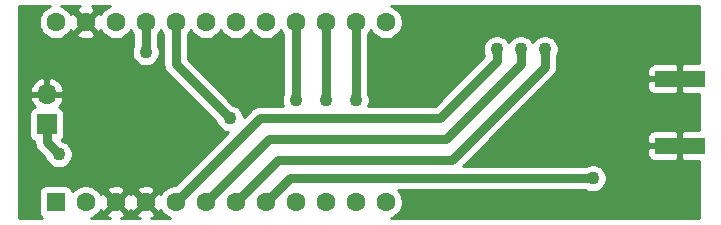
<source format=gbr>
%TF.GenerationSoftware,KiCad,Pcbnew,5.1.9+dfsg1-1+deb11u1*%
%TF.CreationDate,2023-03-09T17:46:09+02:00*%
%TF.ProjectId,lora_digirepeater_micro,6c6f7261-5f64-4696-9769-726570656174,rev?*%
%TF.SameCoordinates,Original*%
%TF.FileFunction,Copper,L2,Bot*%
%TF.FilePolarity,Positive*%
%FSLAX46Y46*%
G04 Gerber Fmt 4.6, Leading zero omitted, Abs format (unit mm)*
G04 Created by KiCad (PCBNEW 5.1.9+dfsg1-1+deb11u1) date 2023-03-09 17:46:09*
%MOMM*%
%LPD*%
G01*
G04 APERTURE LIST*
%TA.AperFunction,ComponentPad*%
%ADD10R,1.600000X1.600000*%
%TD*%
%TA.AperFunction,ComponentPad*%
%ADD11C,1.600000*%
%TD*%
%TA.AperFunction,ComponentPad*%
%ADD12R,1.700000X1.700000*%
%TD*%
%TA.AperFunction,ComponentPad*%
%ADD13O,1.700000X1.700000*%
%TD*%
%TA.AperFunction,SMDPad,CuDef*%
%ADD14R,4.200000X1.350000*%
%TD*%
%TA.AperFunction,ViaPad*%
%ADD15C,1.100000*%
%TD*%
%TA.AperFunction,Conductor*%
%ADD16C,0.500000*%
%TD*%
%TA.AperFunction,Conductor*%
%ADD17C,0.250000*%
%TD*%
%TA.AperFunction,Conductor*%
%ADD18C,0.800000*%
%TD*%
%TA.AperFunction,Conductor*%
%ADD19C,0.254000*%
%TD*%
%TA.AperFunction,Conductor*%
%ADD20C,0.100000*%
%TD*%
G04 APERTURE END LIST*
D10*
%TO.P,U1,1*%
%TO.N,N/C*%
X114046000Y-105664000D03*
D11*
%TO.P,U1,2*%
X116586000Y-105664000D03*
%TO.P,U1,3*%
%TO.N,GND*%
X119126000Y-105664000D03*
%TO.P,U1,4*%
X121666000Y-105664000D03*
%TO.P,U1,5*%
%TO.N,DIO1*%
X124206000Y-105664000D03*
%TO.P,U1,6*%
%TO.N,DIO0*%
X126746000Y-105664000D03*
%TO.P,U1,7*%
%TO.N,NRST*%
X129286000Y-105664000D03*
%TO.P,U1,8*%
%TO.N,NSS*%
X131826000Y-105664000D03*
%TO.P,U1,9*%
%TO.N,N/C*%
X134366000Y-105664000D03*
%TO.P,U1,10*%
X136906000Y-105664000D03*
%TO.P,U1,11*%
X139446000Y-105664000D03*
%TO.P,U1,12*%
X141986000Y-105664000D03*
%TO.P,U1,13*%
X141986000Y-90424000D03*
%TO.P,U1,14*%
%TO.N,MOSI*%
X139446000Y-90424000D03*
%TO.P,U1,15*%
%TO.N,MISO*%
X136906000Y-90424000D03*
%TO.P,U1,16*%
%TO.N,SCK*%
X134366000Y-90424000D03*
%TO.P,U1,17*%
%TO.N,N/C*%
X131826000Y-90424000D03*
%TO.P,U1,18*%
X129286000Y-90424000D03*
%TO.P,U1,19*%
X126746000Y-90424000D03*
%TO.P,U1,20*%
%TO.N,VBAT*%
X124206000Y-90424000D03*
%TO.P,U1,21*%
%TO.N,+3V3*%
X121666000Y-90424000D03*
%TO.P,U1,22*%
%TO.N,N/C*%
X119126000Y-90424000D03*
%TO.P,U1,23*%
%TO.N,GND*%
X116586000Y-90424000D03*
%TO.P,U1,24*%
%TO.N,N/C*%
X114046000Y-90424000D03*
%TD*%
D12*
%TO.P,J1,1*%
%TO.N,+3V3*%
X113284000Y-99060000D03*
D13*
%TO.P,J1,2*%
%TO.N,GND*%
X113284000Y-96520000D03*
%TD*%
D14*
%TO.P,J2,2*%
%TO.N,GND*%
X166878000Y-100869000D03*
X166878000Y-95219000D03*
%TD*%
D15*
%TO.N,GND*%
X164592000Y-90170000D03*
X164338000Y-105918000D03*
X159258000Y-92710000D03*
X161544000Y-103632000D03*
X131826000Y-97028000D03*
X121666000Y-103632000D03*
X159258000Y-98044000D03*
X116586000Y-92456000D03*
X119126000Y-103632000D03*
X113284000Y-93726000D03*
X144526000Y-95758000D03*
X154178000Y-98044000D03*
X167640000Y-90170000D03*
X167640000Y-92710000D03*
X167640000Y-105918000D03*
X167640000Y-103378000D03*
X122936000Y-98806000D03*
X144526000Y-105664000D03*
%TO.N,MOSI*%
X139446000Y-97028000D03*
%TO.N,MISO*%
X136906000Y-97028000D03*
%TO.N,SCK*%
X134366000Y-97028000D03*
%TO.N,NSS*%
X159512000Y-103632000D03*
%TO.N,NRST*%
X155448000Y-92710000D03*
%TO.N,DIO1*%
X151384000Y-92710000D03*
%TO.N,+3V3*%
X114300000Y-101600000D03*
X121666000Y-92964000D03*
%TO.N,VBAT*%
X128778000Y-98552000D03*
%TO.N,DIO0*%
X153416000Y-92710000D03*
%TD*%
D16*
%TO.N,MOSI*%
X139446000Y-97028000D02*
X139446000Y-97028000D01*
D17*
X139446000Y-90424000D02*
X139700000Y-90678000D01*
D18*
X139446000Y-97028000D02*
X139446000Y-90424000D01*
D16*
%TO.N,MISO*%
X137160000Y-90678000D02*
X136906000Y-90424000D01*
X136906000Y-97028000D02*
X136906000Y-97028000D01*
D18*
X136906000Y-97028000D02*
X136906000Y-90424000D01*
D16*
%TO.N,SCK*%
X134620000Y-90678000D02*
X134366000Y-90424000D01*
X134366000Y-97028000D02*
X134366000Y-97028000D01*
X134366000Y-97028000D02*
X134366000Y-97028000D01*
D18*
X134366000Y-97028000D02*
X134366000Y-90424000D01*
%TO.N,NSS*%
X131826000Y-105664000D02*
X133858000Y-103632000D01*
X133858000Y-103632000D02*
X159512000Y-103632000D01*
%TO.N,NRST*%
X129286000Y-105664000D02*
X132842000Y-102108000D01*
X132842000Y-102108000D02*
X147574000Y-102108000D01*
X147574000Y-102108000D02*
X155448000Y-94234000D01*
X155448000Y-94234000D02*
X155448000Y-92710000D01*
%TO.N,DIO1*%
X124206000Y-105664000D02*
X131318000Y-98552000D01*
X131318000Y-98552000D02*
X146558000Y-98552000D01*
X151384000Y-93726000D02*
X151384000Y-92710000D01*
X146558000Y-98552000D02*
X151384000Y-93726000D01*
%TO.N,+3V3*%
X113284000Y-100584000D02*
X114300000Y-101600000D01*
X113284000Y-99060000D02*
X113284000Y-100584000D01*
X121666000Y-92964000D02*
X121666000Y-90424000D01*
%TO.N,VBAT*%
X124206000Y-90424000D02*
X124206000Y-92202000D01*
X124206000Y-92202000D02*
X124206000Y-93980000D01*
X124206000Y-93980000D02*
X128778000Y-98552000D01*
%TO.N,DIO0*%
X126746000Y-105664000D02*
X132080000Y-100330000D01*
X132080000Y-100330000D02*
X147066000Y-100330000D01*
X153416000Y-93980000D02*
X153416000Y-92710000D01*
X147066000Y-100330000D02*
X153416000Y-93980000D01*
%TD*%
D19*
%TO.N,GND*%
X113366273Y-89152320D02*
X113131241Y-89309363D01*
X112931363Y-89509241D01*
X112774320Y-89744273D01*
X112666147Y-90005426D01*
X112611000Y-90282665D01*
X112611000Y-90565335D01*
X112666147Y-90842574D01*
X112774320Y-91103727D01*
X112931363Y-91338759D01*
X113131241Y-91538637D01*
X113366273Y-91695680D01*
X113627426Y-91803853D01*
X113904665Y-91859000D01*
X114187335Y-91859000D01*
X114464574Y-91803853D01*
X114725727Y-91695680D01*
X114960759Y-91538637D01*
X115082694Y-91416702D01*
X115772903Y-91416702D01*
X115844486Y-91660671D01*
X116099996Y-91781571D01*
X116374184Y-91850300D01*
X116656512Y-91864217D01*
X116936130Y-91822787D01*
X117202292Y-91727603D01*
X117327514Y-91660671D01*
X117399097Y-91416702D01*
X116586000Y-90603605D01*
X115772903Y-91416702D01*
X115082694Y-91416702D01*
X115160637Y-91338759D01*
X115316915Y-91104872D01*
X115349329Y-91165514D01*
X115593298Y-91237097D01*
X116406395Y-90424000D01*
X115593298Y-89610903D01*
X115349329Y-89682486D01*
X115318806Y-89746992D01*
X115317680Y-89744273D01*
X115160637Y-89509241D01*
X114960759Y-89309363D01*
X114725727Y-89152320D01*
X114543888Y-89077000D01*
X116091059Y-89077000D01*
X115969708Y-89120397D01*
X115844486Y-89187329D01*
X115772903Y-89431298D01*
X116586000Y-90244395D01*
X117399097Y-89431298D01*
X117327514Y-89187329D01*
X117094345Y-89077000D01*
X118628112Y-89077000D01*
X118446273Y-89152320D01*
X118211241Y-89309363D01*
X118011363Y-89509241D01*
X117855085Y-89743128D01*
X117822671Y-89682486D01*
X117578702Y-89610903D01*
X116765605Y-90424000D01*
X117578702Y-91237097D01*
X117822671Y-91165514D01*
X117853194Y-91101008D01*
X117854320Y-91103727D01*
X118011363Y-91338759D01*
X118211241Y-91538637D01*
X118446273Y-91695680D01*
X118707426Y-91803853D01*
X118984665Y-91859000D01*
X119267335Y-91859000D01*
X119544574Y-91803853D01*
X119805727Y-91695680D01*
X120040759Y-91538637D01*
X120240637Y-91338759D01*
X120396000Y-91106241D01*
X120551363Y-91338759D01*
X120631001Y-91418397D01*
X120631000Y-92380042D01*
X120615866Y-92402692D01*
X120526539Y-92618348D01*
X120481000Y-92847288D01*
X120481000Y-93080712D01*
X120526539Y-93309652D01*
X120615866Y-93525308D01*
X120745550Y-93719394D01*
X120910606Y-93884450D01*
X121104692Y-94014134D01*
X121320348Y-94103461D01*
X121549288Y-94149000D01*
X121782712Y-94149000D01*
X122011652Y-94103461D01*
X122227308Y-94014134D01*
X122421394Y-93884450D01*
X122586450Y-93719394D01*
X122716134Y-93525308D01*
X122805461Y-93309652D01*
X122851000Y-93080712D01*
X122851000Y-92847288D01*
X122805461Y-92618348D01*
X122716134Y-92402692D01*
X122701000Y-92380042D01*
X122701000Y-91418396D01*
X122780637Y-91338759D01*
X122936000Y-91106241D01*
X123091363Y-91338759D01*
X123171001Y-91418397D01*
X123171001Y-92151153D01*
X123171000Y-92151163D01*
X123171001Y-93929163D01*
X123165994Y-93980000D01*
X123185977Y-94182895D01*
X123245160Y-94377993D01*
X123341266Y-94557797D01*
X123438197Y-94675907D01*
X123470605Y-94715396D01*
X123510092Y-94747803D01*
X127633225Y-98870936D01*
X127638539Y-98897652D01*
X127727866Y-99113308D01*
X127857550Y-99307394D01*
X128022606Y-99472450D01*
X128216692Y-99602134D01*
X128432348Y-99691461D01*
X128661288Y-99737000D01*
X128669289Y-99737000D01*
X124177290Y-104229000D01*
X124064665Y-104229000D01*
X123787426Y-104284147D01*
X123526273Y-104392320D01*
X123291241Y-104549363D01*
X123091363Y-104749241D01*
X122935085Y-104983128D01*
X122902671Y-104922486D01*
X122658702Y-104850903D01*
X121845605Y-105664000D01*
X122658702Y-106477097D01*
X122902671Y-106405514D01*
X122933194Y-106341008D01*
X122934320Y-106343727D01*
X123091363Y-106578759D01*
X123291241Y-106778637D01*
X123526273Y-106935680D01*
X123708112Y-107011000D01*
X122160941Y-107011000D01*
X122282292Y-106967603D01*
X122407514Y-106900671D01*
X122479097Y-106656702D01*
X121666000Y-105843605D01*
X120852903Y-106656702D01*
X120924486Y-106900671D01*
X121157655Y-107011000D01*
X119620941Y-107011000D01*
X119742292Y-106967603D01*
X119867514Y-106900671D01*
X119939097Y-106656702D01*
X119126000Y-105843605D01*
X118312903Y-106656702D01*
X118384486Y-106900671D01*
X118617655Y-107011000D01*
X117083888Y-107011000D01*
X117265727Y-106935680D01*
X117500759Y-106778637D01*
X117700637Y-106578759D01*
X117856915Y-106344872D01*
X117889329Y-106405514D01*
X118133298Y-106477097D01*
X118946395Y-105664000D01*
X119305605Y-105664000D01*
X120118702Y-106477097D01*
X120362671Y-106405514D01*
X120393971Y-106339364D01*
X120429329Y-106405514D01*
X120673298Y-106477097D01*
X121486395Y-105664000D01*
X120673298Y-104850903D01*
X120429329Y-104922486D01*
X120398029Y-104988636D01*
X120362671Y-104922486D01*
X120118702Y-104850903D01*
X119305605Y-105664000D01*
X118946395Y-105664000D01*
X118133298Y-104850903D01*
X117889329Y-104922486D01*
X117858806Y-104986992D01*
X117857680Y-104984273D01*
X117700637Y-104749241D01*
X117622694Y-104671298D01*
X118312903Y-104671298D01*
X119126000Y-105484395D01*
X119939097Y-104671298D01*
X120852903Y-104671298D01*
X121666000Y-105484395D01*
X122479097Y-104671298D01*
X122407514Y-104427329D01*
X122152004Y-104306429D01*
X121877816Y-104237700D01*
X121595488Y-104223783D01*
X121315870Y-104265213D01*
X121049708Y-104360397D01*
X120924486Y-104427329D01*
X120852903Y-104671298D01*
X119939097Y-104671298D01*
X119867514Y-104427329D01*
X119612004Y-104306429D01*
X119337816Y-104237700D01*
X119055488Y-104223783D01*
X118775870Y-104265213D01*
X118509708Y-104360397D01*
X118384486Y-104427329D01*
X118312903Y-104671298D01*
X117622694Y-104671298D01*
X117500759Y-104549363D01*
X117265727Y-104392320D01*
X117004574Y-104284147D01*
X116727335Y-104229000D01*
X116444665Y-104229000D01*
X116167426Y-104284147D01*
X115906273Y-104392320D01*
X115671241Y-104549363D01*
X115472643Y-104747961D01*
X115471812Y-104739518D01*
X115435502Y-104619820D01*
X115376537Y-104509506D01*
X115297185Y-104412815D01*
X115200494Y-104333463D01*
X115090180Y-104274498D01*
X114970482Y-104238188D01*
X114846000Y-104225928D01*
X113246000Y-104225928D01*
X113121518Y-104238188D01*
X113001820Y-104274498D01*
X112891506Y-104333463D01*
X112794815Y-104412815D01*
X112715463Y-104509506D01*
X112656498Y-104619820D01*
X112620188Y-104739518D01*
X112607928Y-104864000D01*
X112607928Y-106464000D01*
X112620188Y-106588482D01*
X112656498Y-106708180D01*
X112715463Y-106818494D01*
X112794815Y-106915185D01*
X112891506Y-106994537D01*
X112922306Y-107011000D01*
X110921000Y-107011000D01*
X110921000Y-98210000D01*
X111795928Y-98210000D01*
X111795928Y-99910000D01*
X111808188Y-100034482D01*
X111844498Y-100154180D01*
X111903463Y-100264494D01*
X111982815Y-100361185D01*
X112079506Y-100440537D01*
X112189820Y-100499502D01*
X112249001Y-100517454D01*
X112249001Y-100533163D01*
X112243994Y-100584000D01*
X112263977Y-100786895D01*
X112323160Y-100981993D01*
X112419266Y-101161797D01*
X112516197Y-101279907D01*
X112548605Y-101319396D01*
X112588092Y-101351802D01*
X113155225Y-101918935D01*
X113160539Y-101945652D01*
X113249866Y-102161308D01*
X113379550Y-102355394D01*
X113544606Y-102520450D01*
X113738692Y-102650134D01*
X113954348Y-102739461D01*
X114183288Y-102785000D01*
X114416712Y-102785000D01*
X114645652Y-102739461D01*
X114861308Y-102650134D01*
X115055394Y-102520450D01*
X115220450Y-102355394D01*
X115350134Y-102161308D01*
X115439461Y-101945652D01*
X115485000Y-101716712D01*
X115485000Y-101483288D01*
X115439461Y-101254348D01*
X115350134Y-101038692D01*
X115220450Y-100844606D01*
X115055394Y-100679550D01*
X114861308Y-100549866D01*
X114645652Y-100460539D01*
X114618935Y-100455225D01*
X114552071Y-100388361D01*
X114585185Y-100361185D01*
X114664537Y-100264494D01*
X114723502Y-100154180D01*
X114759812Y-100034482D01*
X114772072Y-99910000D01*
X114772072Y-98210000D01*
X114759812Y-98085518D01*
X114723502Y-97965820D01*
X114664537Y-97855506D01*
X114585185Y-97758815D01*
X114488494Y-97679463D01*
X114378180Y-97620498D01*
X114297534Y-97596034D01*
X114381588Y-97520269D01*
X114555641Y-97286920D01*
X114680825Y-97024099D01*
X114725476Y-96876890D01*
X114604155Y-96647000D01*
X113411000Y-96647000D01*
X113411000Y-96667000D01*
X113157000Y-96667000D01*
X113157000Y-96647000D01*
X111963845Y-96647000D01*
X111842524Y-96876890D01*
X111887175Y-97024099D01*
X112012359Y-97286920D01*
X112186412Y-97520269D01*
X112270466Y-97596034D01*
X112189820Y-97620498D01*
X112079506Y-97679463D01*
X111982815Y-97758815D01*
X111903463Y-97855506D01*
X111844498Y-97965820D01*
X111808188Y-98085518D01*
X111795928Y-98210000D01*
X110921000Y-98210000D01*
X110921000Y-96163110D01*
X111842524Y-96163110D01*
X111963845Y-96393000D01*
X113157000Y-96393000D01*
X113157000Y-95199186D01*
X113411000Y-95199186D01*
X113411000Y-96393000D01*
X114604155Y-96393000D01*
X114725476Y-96163110D01*
X114680825Y-96015901D01*
X114555641Y-95753080D01*
X114381588Y-95519731D01*
X114165355Y-95324822D01*
X113915252Y-95175843D01*
X113640891Y-95078519D01*
X113411000Y-95199186D01*
X113157000Y-95199186D01*
X112927109Y-95078519D01*
X112652748Y-95175843D01*
X112402645Y-95324822D01*
X112186412Y-95519731D01*
X112012359Y-95753080D01*
X111887175Y-96015901D01*
X111842524Y-96163110D01*
X110921000Y-96163110D01*
X110921000Y-89077000D01*
X113548112Y-89077000D01*
X113366273Y-89152320D01*
%TA.AperFunction,Conductor*%
D20*
G36*
X113366273Y-89152320D02*
G01*
X113131241Y-89309363D01*
X112931363Y-89509241D01*
X112774320Y-89744273D01*
X112666147Y-90005426D01*
X112611000Y-90282665D01*
X112611000Y-90565335D01*
X112666147Y-90842574D01*
X112774320Y-91103727D01*
X112931363Y-91338759D01*
X113131241Y-91538637D01*
X113366273Y-91695680D01*
X113627426Y-91803853D01*
X113904665Y-91859000D01*
X114187335Y-91859000D01*
X114464574Y-91803853D01*
X114725727Y-91695680D01*
X114960759Y-91538637D01*
X115082694Y-91416702D01*
X115772903Y-91416702D01*
X115844486Y-91660671D01*
X116099996Y-91781571D01*
X116374184Y-91850300D01*
X116656512Y-91864217D01*
X116936130Y-91822787D01*
X117202292Y-91727603D01*
X117327514Y-91660671D01*
X117399097Y-91416702D01*
X116586000Y-90603605D01*
X115772903Y-91416702D01*
X115082694Y-91416702D01*
X115160637Y-91338759D01*
X115316915Y-91104872D01*
X115349329Y-91165514D01*
X115593298Y-91237097D01*
X116406395Y-90424000D01*
X115593298Y-89610903D01*
X115349329Y-89682486D01*
X115318806Y-89746992D01*
X115317680Y-89744273D01*
X115160637Y-89509241D01*
X114960759Y-89309363D01*
X114725727Y-89152320D01*
X114543888Y-89077000D01*
X116091059Y-89077000D01*
X115969708Y-89120397D01*
X115844486Y-89187329D01*
X115772903Y-89431298D01*
X116586000Y-90244395D01*
X117399097Y-89431298D01*
X117327514Y-89187329D01*
X117094345Y-89077000D01*
X118628112Y-89077000D01*
X118446273Y-89152320D01*
X118211241Y-89309363D01*
X118011363Y-89509241D01*
X117855085Y-89743128D01*
X117822671Y-89682486D01*
X117578702Y-89610903D01*
X116765605Y-90424000D01*
X117578702Y-91237097D01*
X117822671Y-91165514D01*
X117853194Y-91101008D01*
X117854320Y-91103727D01*
X118011363Y-91338759D01*
X118211241Y-91538637D01*
X118446273Y-91695680D01*
X118707426Y-91803853D01*
X118984665Y-91859000D01*
X119267335Y-91859000D01*
X119544574Y-91803853D01*
X119805727Y-91695680D01*
X120040759Y-91538637D01*
X120240637Y-91338759D01*
X120396000Y-91106241D01*
X120551363Y-91338759D01*
X120631001Y-91418397D01*
X120631000Y-92380042D01*
X120615866Y-92402692D01*
X120526539Y-92618348D01*
X120481000Y-92847288D01*
X120481000Y-93080712D01*
X120526539Y-93309652D01*
X120615866Y-93525308D01*
X120745550Y-93719394D01*
X120910606Y-93884450D01*
X121104692Y-94014134D01*
X121320348Y-94103461D01*
X121549288Y-94149000D01*
X121782712Y-94149000D01*
X122011652Y-94103461D01*
X122227308Y-94014134D01*
X122421394Y-93884450D01*
X122586450Y-93719394D01*
X122716134Y-93525308D01*
X122805461Y-93309652D01*
X122851000Y-93080712D01*
X122851000Y-92847288D01*
X122805461Y-92618348D01*
X122716134Y-92402692D01*
X122701000Y-92380042D01*
X122701000Y-91418396D01*
X122780637Y-91338759D01*
X122936000Y-91106241D01*
X123091363Y-91338759D01*
X123171001Y-91418397D01*
X123171001Y-92151153D01*
X123171000Y-92151163D01*
X123171001Y-93929163D01*
X123165994Y-93980000D01*
X123185977Y-94182895D01*
X123245160Y-94377993D01*
X123341266Y-94557797D01*
X123438197Y-94675907D01*
X123470605Y-94715396D01*
X123510092Y-94747803D01*
X127633225Y-98870936D01*
X127638539Y-98897652D01*
X127727866Y-99113308D01*
X127857550Y-99307394D01*
X128022606Y-99472450D01*
X128216692Y-99602134D01*
X128432348Y-99691461D01*
X128661288Y-99737000D01*
X128669289Y-99737000D01*
X124177290Y-104229000D01*
X124064665Y-104229000D01*
X123787426Y-104284147D01*
X123526273Y-104392320D01*
X123291241Y-104549363D01*
X123091363Y-104749241D01*
X122935085Y-104983128D01*
X122902671Y-104922486D01*
X122658702Y-104850903D01*
X121845605Y-105664000D01*
X122658702Y-106477097D01*
X122902671Y-106405514D01*
X122933194Y-106341008D01*
X122934320Y-106343727D01*
X123091363Y-106578759D01*
X123291241Y-106778637D01*
X123526273Y-106935680D01*
X123708112Y-107011000D01*
X122160941Y-107011000D01*
X122282292Y-106967603D01*
X122407514Y-106900671D01*
X122479097Y-106656702D01*
X121666000Y-105843605D01*
X120852903Y-106656702D01*
X120924486Y-106900671D01*
X121157655Y-107011000D01*
X119620941Y-107011000D01*
X119742292Y-106967603D01*
X119867514Y-106900671D01*
X119939097Y-106656702D01*
X119126000Y-105843605D01*
X118312903Y-106656702D01*
X118384486Y-106900671D01*
X118617655Y-107011000D01*
X117083888Y-107011000D01*
X117265727Y-106935680D01*
X117500759Y-106778637D01*
X117700637Y-106578759D01*
X117856915Y-106344872D01*
X117889329Y-106405514D01*
X118133298Y-106477097D01*
X118946395Y-105664000D01*
X119305605Y-105664000D01*
X120118702Y-106477097D01*
X120362671Y-106405514D01*
X120393971Y-106339364D01*
X120429329Y-106405514D01*
X120673298Y-106477097D01*
X121486395Y-105664000D01*
X120673298Y-104850903D01*
X120429329Y-104922486D01*
X120398029Y-104988636D01*
X120362671Y-104922486D01*
X120118702Y-104850903D01*
X119305605Y-105664000D01*
X118946395Y-105664000D01*
X118133298Y-104850903D01*
X117889329Y-104922486D01*
X117858806Y-104986992D01*
X117857680Y-104984273D01*
X117700637Y-104749241D01*
X117622694Y-104671298D01*
X118312903Y-104671298D01*
X119126000Y-105484395D01*
X119939097Y-104671298D01*
X120852903Y-104671298D01*
X121666000Y-105484395D01*
X122479097Y-104671298D01*
X122407514Y-104427329D01*
X122152004Y-104306429D01*
X121877816Y-104237700D01*
X121595488Y-104223783D01*
X121315870Y-104265213D01*
X121049708Y-104360397D01*
X120924486Y-104427329D01*
X120852903Y-104671298D01*
X119939097Y-104671298D01*
X119867514Y-104427329D01*
X119612004Y-104306429D01*
X119337816Y-104237700D01*
X119055488Y-104223783D01*
X118775870Y-104265213D01*
X118509708Y-104360397D01*
X118384486Y-104427329D01*
X118312903Y-104671298D01*
X117622694Y-104671298D01*
X117500759Y-104549363D01*
X117265727Y-104392320D01*
X117004574Y-104284147D01*
X116727335Y-104229000D01*
X116444665Y-104229000D01*
X116167426Y-104284147D01*
X115906273Y-104392320D01*
X115671241Y-104549363D01*
X115472643Y-104747961D01*
X115471812Y-104739518D01*
X115435502Y-104619820D01*
X115376537Y-104509506D01*
X115297185Y-104412815D01*
X115200494Y-104333463D01*
X115090180Y-104274498D01*
X114970482Y-104238188D01*
X114846000Y-104225928D01*
X113246000Y-104225928D01*
X113121518Y-104238188D01*
X113001820Y-104274498D01*
X112891506Y-104333463D01*
X112794815Y-104412815D01*
X112715463Y-104509506D01*
X112656498Y-104619820D01*
X112620188Y-104739518D01*
X112607928Y-104864000D01*
X112607928Y-106464000D01*
X112620188Y-106588482D01*
X112656498Y-106708180D01*
X112715463Y-106818494D01*
X112794815Y-106915185D01*
X112891506Y-106994537D01*
X112922306Y-107011000D01*
X110921000Y-107011000D01*
X110921000Y-98210000D01*
X111795928Y-98210000D01*
X111795928Y-99910000D01*
X111808188Y-100034482D01*
X111844498Y-100154180D01*
X111903463Y-100264494D01*
X111982815Y-100361185D01*
X112079506Y-100440537D01*
X112189820Y-100499502D01*
X112249001Y-100517454D01*
X112249001Y-100533163D01*
X112243994Y-100584000D01*
X112263977Y-100786895D01*
X112323160Y-100981993D01*
X112419266Y-101161797D01*
X112516197Y-101279907D01*
X112548605Y-101319396D01*
X112588092Y-101351802D01*
X113155225Y-101918935D01*
X113160539Y-101945652D01*
X113249866Y-102161308D01*
X113379550Y-102355394D01*
X113544606Y-102520450D01*
X113738692Y-102650134D01*
X113954348Y-102739461D01*
X114183288Y-102785000D01*
X114416712Y-102785000D01*
X114645652Y-102739461D01*
X114861308Y-102650134D01*
X115055394Y-102520450D01*
X115220450Y-102355394D01*
X115350134Y-102161308D01*
X115439461Y-101945652D01*
X115485000Y-101716712D01*
X115485000Y-101483288D01*
X115439461Y-101254348D01*
X115350134Y-101038692D01*
X115220450Y-100844606D01*
X115055394Y-100679550D01*
X114861308Y-100549866D01*
X114645652Y-100460539D01*
X114618935Y-100455225D01*
X114552071Y-100388361D01*
X114585185Y-100361185D01*
X114664537Y-100264494D01*
X114723502Y-100154180D01*
X114759812Y-100034482D01*
X114772072Y-99910000D01*
X114772072Y-98210000D01*
X114759812Y-98085518D01*
X114723502Y-97965820D01*
X114664537Y-97855506D01*
X114585185Y-97758815D01*
X114488494Y-97679463D01*
X114378180Y-97620498D01*
X114297534Y-97596034D01*
X114381588Y-97520269D01*
X114555641Y-97286920D01*
X114680825Y-97024099D01*
X114725476Y-96876890D01*
X114604155Y-96647000D01*
X113411000Y-96647000D01*
X113411000Y-96667000D01*
X113157000Y-96667000D01*
X113157000Y-96647000D01*
X111963845Y-96647000D01*
X111842524Y-96876890D01*
X111887175Y-97024099D01*
X112012359Y-97286920D01*
X112186412Y-97520269D01*
X112270466Y-97596034D01*
X112189820Y-97620498D01*
X112079506Y-97679463D01*
X111982815Y-97758815D01*
X111903463Y-97855506D01*
X111844498Y-97965820D01*
X111808188Y-98085518D01*
X111795928Y-98210000D01*
X110921000Y-98210000D01*
X110921000Y-96163110D01*
X111842524Y-96163110D01*
X111963845Y-96393000D01*
X113157000Y-96393000D01*
X113157000Y-95199186D01*
X113411000Y-95199186D01*
X113411000Y-96393000D01*
X114604155Y-96393000D01*
X114725476Y-96163110D01*
X114680825Y-96015901D01*
X114555641Y-95753080D01*
X114381588Y-95519731D01*
X114165355Y-95324822D01*
X113915252Y-95175843D01*
X113640891Y-95078519D01*
X113411000Y-95199186D01*
X113157000Y-95199186D01*
X112927109Y-95078519D01*
X112652748Y-95175843D01*
X112402645Y-95324822D01*
X112186412Y-95519731D01*
X112012359Y-95753080D01*
X111887175Y-96015901D01*
X111842524Y-96163110D01*
X110921000Y-96163110D01*
X110921000Y-89077000D01*
X113548112Y-89077000D01*
X113366273Y-89152320D01*
G37*
%TD.AperFunction*%
D19*
X168479000Y-93906773D02*
X167163750Y-93909000D01*
X167005000Y-94067750D01*
X167005000Y-95092000D01*
X167025000Y-95092000D01*
X167025000Y-95346000D01*
X167005000Y-95346000D01*
X167005000Y-96370250D01*
X167163750Y-96529000D01*
X168479000Y-96531227D01*
X168479001Y-99556773D01*
X167163750Y-99559000D01*
X167005000Y-99717750D01*
X167005000Y-100742000D01*
X167025000Y-100742000D01*
X167025000Y-100996000D01*
X167005000Y-100996000D01*
X167005000Y-102020250D01*
X167163750Y-102179000D01*
X168479001Y-102181227D01*
X168479001Y-107011000D01*
X142483888Y-107011000D01*
X142665727Y-106935680D01*
X142900759Y-106778637D01*
X143100637Y-106578759D01*
X143257680Y-106343727D01*
X143365853Y-106082574D01*
X143421000Y-105805335D01*
X143421000Y-105522665D01*
X143365853Y-105245426D01*
X143257680Y-104984273D01*
X143100637Y-104749241D01*
X143018396Y-104667000D01*
X158928042Y-104667000D01*
X158950692Y-104682134D01*
X159166348Y-104771461D01*
X159395288Y-104817000D01*
X159628712Y-104817000D01*
X159857652Y-104771461D01*
X160073308Y-104682134D01*
X160267394Y-104552450D01*
X160432450Y-104387394D01*
X160562134Y-104193308D01*
X160651461Y-103977652D01*
X160697000Y-103748712D01*
X160697000Y-103515288D01*
X160651461Y-103286348D01*
X160562134Y-103070692D01*
X160432450Y-102876606D01*
X160267394Y-102711550D01*
X160073308Y-102581866D01*
X159857652Y-102492539D01*
X159628712Y-102447000D01*
X159395288Y-102447000D01*
X159166348Y-102492539D01*
X158950692Y-102581866D01*
X158928042Y-102597000D01*
X148548710Y-102597000D01*
X149601710Y-101544000D01*
X164139928Y-101544000D01*
X164152188Y-101668482D01*
X164188498Y-101788180D01*
X164247463Y-101898494D01*
X164326815Y-101995185D01*
X164423506Y-102074537D01*
X164533820Y-102133502D01*
X164653518Y-102169812D01*
X164778000Y-102182072D01*
X166592250Y-102179000D01*
X166751000Y-102020250D01*
X166751000Y-100996000D01*
X164301750Y-100996000D01*
X164143000Y-101154750D01*
X164139928Y-101544000D01*
X149601710Y-101544000D01*
X150951710Y-100194000D01*
X164139928Y-100194000D01*
X164143000Y-100583250D01*
X164301750Y-100742000D01*
X166751000Y-100742000D01*
X166751000Y-99717750D01*
X166592250Y-99559000D01*
X164778000Y-99555928D01*
X164653518Y-99568188D01*
X164533820Y-99604498D01*
X164423506Y-99663463D01*
X164326815Y-99742815D01*
X164247463Y-99839506D01*
X164188498Y-99949820D01*
X164152188Y-100069518D01*
X164139928Y-100194000D01*
X150951710Y-100194000D01*
X155251710Y-95894000D01*
X164139928Y-95894000D01*
X164152188Y-96018482D01*
X164188498Y-96138180D01*
X164247463Y-96248494D01*
X164326815Y-96345185D01*
X164423506Y-96424537D01*
X164533820Y-96483502D01*
X164653518Y-96519812D01*
X164778000Y-96532072D01*
X166592250Y-96529000D01*
X166751000Y-96370250D01*
X166751000Y-95346000D01*
X164301750Y-95346000D01*
X164143000Y-95504750D01*
X164139928Y-95894000D01*
X155251710Y-95894000D01*
X156143908Y-95001803D01*
X156183396Y-94969396D01*
X156215803Y-94929908D01*
X156312734Y-94811798D01*
X156408841Y-94631994D01*
X156431348Y-94557797D01*
X156435533Y-94544000D01*
X164139928Y-94544000D01*
X164143000Y-94933250D01*
X164301750Y-95092000D01*
X166751000Y-95092000D01*
X166751000Y-94067750D01*
X166592250Y-93909000D01*
X164778000Y-93905928D01*
X164653518Y-93918188D01*
X164533820Y-93954498D01*
X164423506Y-94013463D01*
X164326815Y-94092815D01*
X164247463Y-94189506D01*
X164188498Y-94299820D01*
X164152188Y-94419518D01*
X164139928Y-94544000D01*
X156435533Y-94544000D01*
X156468024Y-94436895D01*
X156483000Y-94284838D01*
X156483000Y-94284835D01*
X156488007Y-94234000D01*
X156483000Y-94183165D01*
X156483000Y-93293958D01*
X156498134Y-93271308D01*
X156587461Y-93055652D01*
X156633000Y-92826712D01*
X156633000Y-92593288D01*
X156587461Y-92364348D01*
X156498134Y-92148692D01*
X156368450Y-91954606D01*
X156203394Y-91789550D01*
X156009308Y-91659866D01*
X155793652Y-91570539D01*
X155564712Y-91525000D01*
X155331288Y-91525000D01*
X155102348Y-91570539D01*
X154886692Y-91659866D01*
X154692606Y-91789550D01*
X154527550Y-91954606D01*
X154432000Y-92097607D01*
X154336450Y-91954606D01*
X154171394Y-91789550D01*
X153977308Y-91659866D01*
X153761652Y-91570539D01*
X153532712Y-91525000D01*
X153299288Y-91525000D01*
X153070348Y-91570539D01*
X152854692Y-91659866D01*
X152660606Y-91789550D01*
X152495550Y-91954606D01*
X152400000Y-92097607D01*
X152304450Y-91954606D01*
X152139394Y-91789550D01*
X151945308Y-91659866D01*
X151729652Y-91570539D01*
X151500712Y-91525000D01*
X151267288Y-91525000D01*
X151038348Y-91570539D01*
X150822692Y-91659866D01*
X150628606Y-91789550D01*
X150463550Y-91954606D01*
X150333866Y-92148692D01*
X150244539Y-92364348D01*
X150199000Y-92593288D01*
X150199000Y-92826712D01*
X150244539Y-93055652D01*
X150333866Y-93271308D01*
X150349000Y-93293958D01*
X150349000Y-93297289D01*
X146129290Y-97517000D01*
X140526085Y-97517000D01*
X140585461Y-97373652D01*
X140631000Y-97144712D01*
X140631000Y-96911288D01*
X140585461Y-96682348D01*
X140496134Y-96466692D01*
X140481000Y-96444042D01*
X140481000Y-91418396D01*
X140560637Y-91338759D01*
X140716000Y-91106241D01*
X140871363Y-91338759D01*
X141071241Y-91538637D01*
X141306273Y-91695680D01*
X141567426Y-91803853D01*
X141844665Y-91859000D01*
X142127335Y-91859000D01*
X142404574Y-91803853D01*
X142665727Y-91695680D01*
X142900759Y-91538637D01*
X143100637Y-91338759D01*
X143257680Y-91103727D01*
X143365853Y-90842574D01*
X143421000Y-90565335D01*
X143421000Y-90282665D01*
X143365853Y-90005426D01*
X143257680Y-89744273D01*
X143100637Y-89509241D01*
X142900759Y-89309363D01*
X142665727Y-89152320D01*
X142483888Y-89077000D01*
X168479000Y-89077000D01*
X168479000Y-93906773D01*
%TA.AperFunction,Conductor*%
D20*
G36*
X168479000Y-93906773D02*
G01*
X167163750Y-93909000D01*
X167005000Y-94067750D01*
X167005000Y-95092000D01*
X167025000Y-95092000D01*
X167025000Y-95346000D01*
X167005000Y-95346000D01*
X167005000Y-96370250D01*
X167163750Y-96529000D01*
X168479000Y-96531227D01*
X168479001Y-99556773D01*
X167163750Y-99559000D01*
X167005000Y-99717750D01*
X167005000Y-100742000D01*
X167025000Y-100742000D01*
X167025000Y-100996000D01*
X167005000Y-100996000D01*
X167005000Y-102020250D01*
X167163750Y-102179000D01*
X168479001Y-102181227D01*
X168479001Y-107011000D01*
X142483888Y-107011000D01*
X142665727Y-106935680D01*
X142900759Y-106778637D01*
X143100637Y-106578759D01*
X143257680Y-106343727D01*
X143365853Y-106082574D01*
X143421000Y-105805335D01*
X143421000Y-105522665D01*
X143365853Y-105245426D01*
X143257680Y-104984273D01*
X143100637Y-104749241D01*
X143018396Y-104667000D01*
X158928042Y-104667000D01*
X158950692Y-104682134D01*
X159166348Y-104771461D01*
X159395288Y-104817000D01*
X159628712Y-104817000D01*
X159857652Y-104771461D01*
X160073308Y-104682134D01*
X160267394Y-104552450D01*
X160432450Y-104387394D01*
X160562134Y-104193308D01*
X160651461Y-103977652D01*
X160697000Y-103748712D01*
X160697000Y-103515288D01*
X160651461Y-103286348D01*
X160562134Y-103070692D01*
X160432450Y-102876606D01*
X160267394Y-102711550D01*
X160073308Y-102581866D01*
X159857652Y-102492539D01*
X159628712Y-102447000D01*
X159395288Y-102447000D01*
X159166348Y-102492539D01*
X158950692Y-102581866D01*
X158928042Y-102597000D01*
X148548710Y-102597000D01*
X149601710Y-101544000D01*
X164139928Y-101544000D01*
X164152188Y-101668482D01*
X164188498Y-101788180D01*
X164247463Y-101898494D01*
X164326815Y-101995185D01*
X164423506Y-102074537D01*
X164533820Y-102133502D01*
X164653518Y-102169812D01*
X164778000Y-102182072D01*
X166592250Y-102179000D01*
X166751000Y-102020250D01*
X166751000Y-100996000D01*
X164301750Y-100996000D01*
X164143000Y-101154750D01*
X164139928Y-101544000D01*
X149601710Y-101544000D01*
X150951710Y-100194000D01*
X164139928Y-100194000D01*
X164143000Y-100583250D01*
X164301750Y-100742000D01*
X166751000Y-100742000D01*
X166751000Y-99717750D01*
X166592250Y-99559000D01*
X164778000Y-99555928D01*
X164653518Y-99568188D01*
X164533820Y-99604498D01*
X164423506Y-99663463D01*
X164326815Y-99742815D01*
X164247463Y-99839506D01*
X164188498Y-99949820D01*
X164152188Y-100069518D01*
X164139928Y-100194000D01*
X150951710Y-100194000D01*
X155251710Y-95894000D01*
X164139928Y-95894000D01*
X164152188Y-96018482D01*
X164188498Y-96138180D01*
X164247463Y-96248494D01*
X164326815Y-96345185D01*
X164423506Y-96424537D01*
X164533820Y-96483502D01*
X164653518Y-96519812D01*
X164778000Y-96532072D01*
X166592250Y-96529000D01*
X166751000Y-96370250D01*
X166751000Y-95346000D01*
X164301750Y-95346000D01*
X164143000Y-95504750D01*
X164139928Y-95894000D01*
X155251710Y-95894000D01*
X156143908Y-95001803D01*
X156183396Y-94969396D01*
X156215803Y-94929908D01*
X156312734Y-94811798D01*
X156408841Y-94631994D01*
X156431348Y-94557797D01*
X156435533Y-94544000D01*
X164139928Y-94544000D01*
X164143000Y-94933250D01*
X164301750Y-95092000D01*
X166751000Y-95092000D01*
X166751000Y-94067750D01*
X166592250Y-93909000D01*
X164778000Y-93905928D01*
X164653518Y-93918188D01*
X164533820Y-93954498D01*
X164423506Y-94013463D01*
X164326815Y-94092815D01*
X164247463Y-94189506D01*
X164188498Y-94299820D01*
X164152188Y-94419518D01*
X164139928Y-94544000D01*
X156435533Y-94544000D01*
X156468024Y-94436895D01*
X156483000Y-94284838D01*
X156483000Y-94284835D01*
X156488007Y-94234000D01*
X156483000Y-94183165D01*
X156483000Y-93293958D01*
X156498134Y-93271308D01*
X156587461Y-93055652D01*
X156633000Y-92826712D01*
X156633000Y-92593288D01*
X156587461Y-92364348D01*
X156498134Y-92148692D01*
X156368450Y-91954606D01*
X156203394Y-91789550D01*
X156009308Y-91659866D01*
X155793652Y-91570539D01*
X155564712Y-91525000D01*
X155331288Y-91525000D01*
X155102348Y-91570539D01*
X154886692Y-91659866D01*
X154692606Y-91789550D01*
X154527550Y-91954606D01*
X154432000Y-92097607D01*
X154336450Y-91954606D01*
X154171394Y-91789550D01*
X153977308Y-91659866D01*
X153761652Y-91570539D01*
X153532712Y-91525000D01*
X153299288Y-91525000D01*
X153070348Y-91570539D01*
X152854692Y-91659866D01*
X152660606Y-91789550D01*
X152495550Y-91954606D01*
X152400000Y-92097607D01*
X152304450Y-91954606D01*
X152139394Y-91789550D01*
X151945308Y-91659866D01*
X151729652Y-91570539D01*
X151500712Y-91525000D01*
X151267288Y-91525000D01*
X151038348Y-91570539D01*
X150822692Y-91659866D01*
X150628606Y-91789550D01*
X150463550Y-91954606D01*
X150333866Y-92148692D01*
X150244539Y-92364348D01*
X150199000Y-92593288D01*
X150199000Y-92826712D01*
X150244539Y-93055652D01*
X150333866Y-93271308D01*
X150349000Y-93293958D01*
X150349000Y-93297289D01*
X146129290Y-97517000D01*
X140526085Y-97517000D01*
X140585461Y-97373652D01*
X140631000Y-97144712D01*
X140631000Y-96911288D01*
X140585461Y-96682348D01*
X140496134Y-96466692D01*
X140481000Y-96444042D01*
X140481000Y-91418396D01*
X140560637Y-91338759D01*
X140716000Y-91106241D01*
X140871363Y-91338759D01*
X141071241Y-91538637D01*
X141306273Y-91695680D01*
X141567426Y-91803853D01*
X141844665Y-91859000D01*
X142127335Y-91859000D01*
X142404574Y-91803853D01*
X142665727Y-91695680D01*
X142900759Y-91538637D01*
X143100637Y-91338759D01*
X143257680Y-91103727D01*
X143365853Y-90842574D01*
X143421000Y-90565335D01*
X143421000Y-90282665D01*
X143365853Y-90005426D01*
X143257680Y-89744273D01*
X143100637Y-89509241D01*
X142900759Y-89309363D01*
X142665727Y-89152320D01*
X142483888Y-89077000D01*
X168479000Y-89077000D01*
X168479000Y-93906773D01*
G37*
%TD.AperFunction*%
D19*
X133251363Y-91338759D02*
X133331001Y-91418397D01*
X133331000Y-96444042D01*
X133315866Y-96466692D01*
X133226539Y-96682348D01*
X133181000Y-96911288D01*
X133181000Y-97144712D01*
X133226539Y-97373652D01*
X133285915Y-97517000D01*
X131368835Y-97517000D01*
X131318000Y-97511993D01*
X131267165Y-97517000D01*
X131267162Y-97517000D01*
X131115105Y-97531976D01*
X130920007Y-97591159D01*
X130844441Y-97631550D01*
X130740202Y-97687266D01*
X130622092Y-97784197D01*
X130582604Y-97816604D01*
X130550197Y-97856092D01*
X129963000Y-98443289D01*
X129963000Y-98435288D01*
X129917461Y-98206348D01*
X129828134Y-97990692D01*
X129698450Y-97796606D01*
X129533394Y-97631550D01*
X129339308Y-97501866D01*
X129123652Y-97412539D01*
X129096936Y-97407225D01*
X125241000Y-93551290D01*
X125241000Y-91418396D01*
X125320637Y-91338759D01*
X125476000Y-91106241D01*
X125631363Y-91338759D01*
X125831241Y-91538637D01*
X126066273Y-91695680D01*
X126327426Y-91803853D01*
X126604665Y-91859000D01*
X126887335Y-91859000D01*
X127164574Y-91803853D01*
X127425727Y-91695680D01*
X127660759Y-91538637D01*
X127860637Y-91338759D01*
X128016000Y-91106241D01*
X128171363Y-91338759D01*
X128371241Y-91538637D01*
X128606273Y-91695680D01*
X128867426Y-91803853D01*
X129144665Y-91859000D01*
X129427335Y-91859000D01*
X129704574Y-91803853D01*
X129965727Y-91695680D01*
X130200759Y-91538637D01*
X130400637Y-91338759D01*
X130556000Y-91106241D01*
X130711363Y-91338759D01*
X130911241Y-91538637D01*
X131146273Y-91695680D01*
X131407426Y-91803853D01*
X131684665Y-91859000D01*
X131967335Y-91859000D01*
X132244574Y-91803853D01*
X132505727Y-91695680D01*
X132740759Y-91538637D01*
X132940637Y-91338759D01*
X133096000Y-91106241D01*
X133251363Y-91338759D01*
%TA.AperFunction,Conductor*%
D20*
G36*
X133251363Y-91338759D02*
G01*
X133331001Y-91418397D01*
X133331000Y-96444042D01*
X133315866Y-96466692D01*
X133226539Y-96682348D01*
X133181000Y-96911288D01*
X133181000Y-97144712D01*
X133226539Y-97373652D01*
X133285915Y-97517000D01*
X131368835Y-97517000D01*
X131318000Y-97511993D01*
X131267165Y-97517000D01*
X131267162Y-97517000D01*
X131115105Y-97531976D01*
X130920007Y-97591159D01*
X130844441Y-97631550D01*
X130740202Y-97687266D01*
X130622092Y-97784197D01*
X130582604Y-97816604D01*
X130550197Y-97856092D01*
X129963000Y-98443289D01*
X129963000Y-98435288D01*
X129917461Y-98206348D01*
X129828134Y-97990692D01*
X129698450Y-97796606D01*
X129533394Y-97631550D01*
X129339308Y-97501866D01*
X129123652Y-97412539D01*
X129096936Y-97407225D01*
X125241000Y-93551290D01*
X125241000Y-91418396D01*
X125320637Y-91338759D01*
X125476000Y-91106241D01*
X125631363Y-91338759D01*
X125831241Y-91538637D01*
X126066273Y-91695680D01*
X126327426Y-91803853D01*
X126604665Y-91859000D01*
X126887335Y-91859000D01*
X127164574Y-91803853D01*
X127425727Y-91695680D01*
X127660759Y-91538637D01*
X127860637Y-91338759D01*
X128016000Y-91106241D01*
X128171363Y-91338759D01*
X128371241Y-91538637D01*
X128606273Y-91695680D01*
X128867426Y-91803853D01*
X129144665Y-91859000D01*
X129427335Y-91859000D01*
X129704574Y-91803853D01*
X129965727Y-91695680D01*
X130200759Y-91538637D01*
X130400637Y-91338759D01*
X130556000Y-91106241D01*
X130711363Y-91338759D01*
X130911241Y-91538637D01*
X131146273Y-91695680D01*
X131407426Y-91803853D01*
X131684665Y-91859000D01*
X131967335Y-91859000D01*
X132244574Y-91803853D01*
X132505727Y-91695680D01*
X132740759Y-91538637D01*
X132940637Y-91338759D01*
X133096000Y-91106241D01*
X133251363Y-91338759D01*
G37*
%TD.AperFunction*%
%TD*%
M02*

</source>
